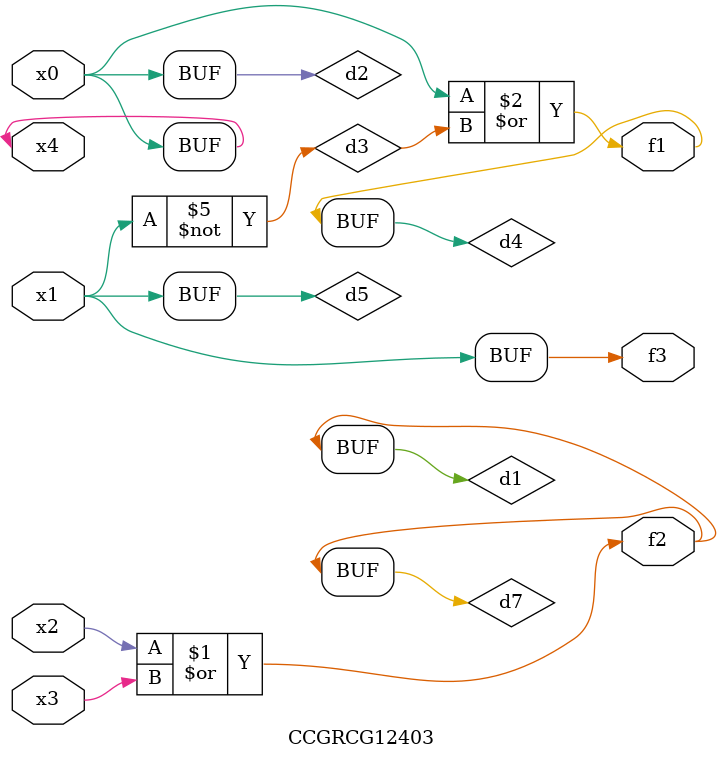
<source format=v>
module CCGRCG12403(
	input x0, x1, x2, x3, x4,
	output f1, f2, f3
);

	wire d1, d2, d3, d4, d5, d6, d7;

	or (d1, x2, x3);
	buf (d2, x0, x4);
	not (d3, x1);
	or (d4, d2, d3);
	not (d5, d3);
	nand (d6, d1, d3);
	or (d7, d1);
	assign f1 = d4;
	assign f2 = d7;
	assign f3 = d5;
endmodule

</source>
